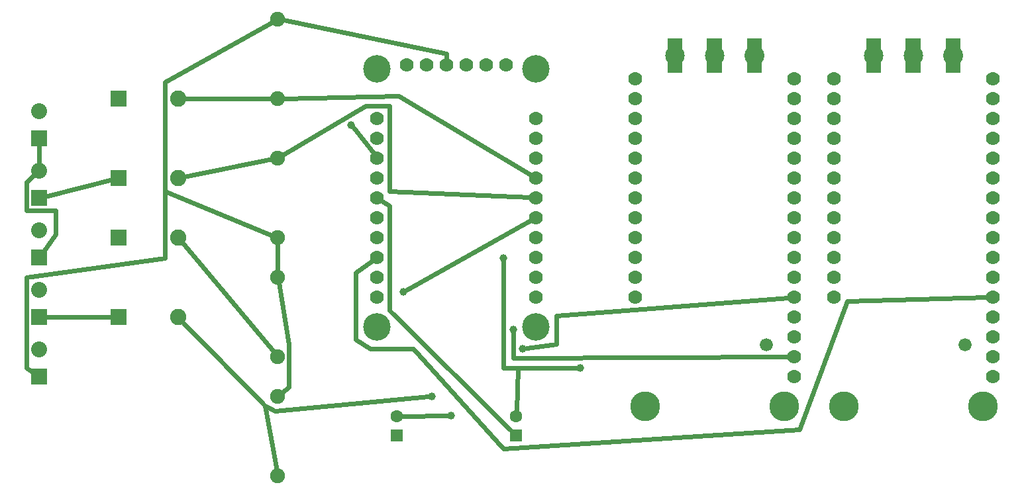
<source format=gbl>
G04 MADE WITH FRITZING*
G04 WWW.FRITZING.ORG*
G04 DOUBLE SIDED*
G04 HOLES PLATED*
G04 CONTOUR ON CENTER OF CONTOUR VECTOR*
%ASAXBY*%
%FSLAX23Y23*%
%MOIN*%
%OFA0B0*%
%SFA1.0B1.0*%
%ADD10C,0.138425*%
%ADD11C,0.070000*%
%ADD12C,0.098425*%
%ADD13C,0.150000*%
%ADD14C,0.100000*%
%ADD15C,0.066000*%
%ADD16C,0.075000*%
%ADD17C,0.082000*%
%ADD18C,0.080000*%
%ADD19C,0.062992*%
%ADD20C,0.039370*%
%ADD21R,0.082000X0.082000*%
%ADD22R,0.080000X0.080000*%
%ADD23R,0.062992X0.062992*%
%ADD24C,0.024000*%
%ADD25R,0.001000X0.001000*%
%LNCOPPER0*%
G90*
G70*
G54D10*
X2639Y2266D03*
X2639Y966D03*
G54D11*
X2489Y2286D03*
X2389Y2286D03*
X2289Y2286D03*
X2189Y2286D03*
X2089Y2286D03*
X1989Y2286D03*
X2639Y1116D03*
X2639Y1216D03*
X2639Y1316D03*
X2639Y1416D03*
X2639Y1516D03*
X2639Y1616D03*
X2639Y1716D03*
X2639Y1816D03*
X2639Y1916D03*
G54D10*
X1839Y966D03*
G54D11*
X2639Y2016D03*
G54D10*
X1839Y2266D03*
G54D11*
X1839Y2016D03*
X1839Y1916D03*
X1839Y1816D03*
X1839Y1716D03*
X1839Y1616D03*
X1839Y1516D03*
X1839Y1416D03*
X1839Y1316D03*
X1839Y1216D03*
X1839Y1116D03*
X3139Y1316D03*
G54D12*
X3339Y2331D03*
G54D13*
X3889Y566D03*
G54D12*
X3537Y2331D03*
G54D14*
X3739Y2331D03*
G54D15*
X3799Y876D03*
G54D11*
X3139Y1516D03*
X3939Y716D03*
X3139Y1116D03*
X3939Y816D03*
X3939Y916D03*
X3939Y1016D03*
X3939Y1116D03*
X3939Y1216D03*
X3939Y1316D03*
X3139Y1616D03*
X3939Y1416D03*
X3139Y1416D03*
X3939Y1516D03*
X3139Y1216D03*
X3939Y1616D03*
G54D13*
X3189Y566D03*
G54D11*
X3939Y1716D03*
X3939Y1816D03*
X3939Y1916D03*
X3939Y2016D03*
X3939Y2116D03*
X3939Y2216D03*
X3139Y2216D03*
X3139Y2116D03*
X3139Y2016D03*
X3139Y1916D03*
X3139Y1816D03*
X3139Y1716D03*
X4139Y1316D03*
G54D12*
X4339Y2331D03*
G54D13*
X4889Y566D03*
G54D12*
X4537Y2331D03*
G54D14*
X4739Y2331D03*
G54D15*
X4799Y876D03*
G54D11*
X4139Y1516D03*
X4939Y716D03*
X4139Y1116D03*
X4939Y816D03*
X4939Y916D03*
X4939Y1016D03*
X4939Y1116D03*
X4939Y1216D03*
X4939Y1316D03*
X4139Y1616D03*
X4939Y1416D03*
X4139Y1416D03*
X4939Y1516D03*
X4139Y1216D03*
X4939Y1616D03*
G54D13*
X4189Y566D03*
G54D11*
X4939Y1716D03*
X4939Y1816D03*
X4939Y1916D03*
X4939Y2016D03*
X4939Y2116D03*
X4939Y2216D03*
X4139Y2216D03*
X4139Y2116D03*
X4139Y2016D03*
X4139Y1916D03*
X4139Y1816D03*
X4139Y1716D03*
G54D16*
X1339Y2516D03*
X1339Y2116D03*
X1339Y1816D03*
X1339Y1416D03*
X1339Y1216D03*
X1339Y816D03*
X1339Y216D03*
X1339Y616D03*
G54D17*
X539Y2116D03*
X837Y2116D03*
X539Y1716D03*
X837Y1716D03*
X539Y1416D03*
X837Y1416D03*
X539Y1016D03*
X837Y1016D03*
G54D18*
X139Y1916D03*
X139Y2054D03*
X139Y1616D03*
X139Y1754D03*
X139Y1316D03*
X139Y1454D03*
X139Y1016D03*
X139Y1154D03*
X139Y716D03*
X139Y854D03*
G54D19*
X1939Y418D03*
X1939Y516D03*
X2539Y418D03*
X2539Y516D03*
G54D20*
X2572Y856D03*
X1972Y1144D03*
X2116Y616D03*
X1708Y1984D03*
X2524Y952D03*
X2476Y1312D03*
X2212Y520D03*
X2860Y760D03*
G54D21*
X538Y2116D03*
X538Y1716D03*
X538Y1416D03*
X538Y1016D03*
G54D22*
X139Y1916D03*
X139Y1616D03*
X139Y1316D03*
X139Y1016D03*
X139Y716D03*
G54D23*
X1939Y418D03*
X2539Y418D03*
G54D24*
X170Y1016D02*
X507Y1016D01*
D02*
X169Y1624D02*
X508Y1708D01*
D02*
X868Y1723D02*
X1311Y1811D01*
D02*
X2608Y1618D02*
X1900Y1648D01*
D02*
X1900Y1648D02*
X1900Y2080D01*
D02*
X1900Y2080D02*
X1780Y2080D01*
D02*
X1780Y2080D02*
X1363Y1831D01*
D02*
X1865Y1599D02*
X1900Y1576D01*
D02*
X1900Y1576D02*
X1900Y1048D01*
D02*
X1900Y1048D02*
X2520Y437D01*
D02*
X869Y2116D02*
X1310Y2116D01*
D02*
X2612Y1732D02*
X1948Y2128D01*
D02*
X1948Y2128D02*
X1367Y2117D01*
D02*
X2591Y859D02*
X2740Y880D01*
D02*
X2740Y880D02*
X2740Y1024D01*
D02*
X2740Y1024D02*
X3908Y1114D01*
D02*
X1814Y1298D02*
X1732Y1240D01*
D02*
X1732Y1240D02*
X1732Y904D01*
D02*
X1732Y904D02*
X1804Y856D01*
D02*
X1804Y856D02*
X2020Y856D01*
D02*
X2020Y856D02*
X2476Y352D01*
D02*
X2476Y352D02*
X3964Y448D01*
D02*
X3964Y448D02*
X4204Y1096D01*
D02*
X4204Y1096D02*
X4908Y1115D01*
D02*
X857Y1392D02*
X1320Y838D01*
D02*
X2612Y1501D02*
X1989Y1153D01*
D02*
X859Y993D02*
X1276Y568D01*
D02*
X1276Y568D02*
X1334Y244D01*
D02*
X2098Y615D02*
X1324Y544D01*
D02*
X1324Y544D02*
X1276Y568D01*
D02*
X1820Y1841D02*
X1720Y1969D01*
D02*
X2524Y933D02*
X2524Y808D01*
D02*
X2524Y808D02*
X3908Y816D01*
D02*
X1339Y1388D02*
X1339Y1245D01*
D02*
X1361Y635D02*
X1396Y664D01*
D02*
X1396Y664D02*
X1396Y880D01*
D02*
X1396Y880D02*
X1344Y1188D01*
D02*
X1314Y2502D02*
X772Y2200D01*
D02*
X772Y2200D02*
X772Y1648D01*
D02*
X772Y1648D02*
X1312Y1427D01*
D02*
X2189Y2317D02*
X2188Y2344D01*
D02*
X2188Y2344D02*
X1367Y2511D01*
D02*
X113Y734D02*
X76Y760D01*
D02*
X76Y760D02*
X76Y1216D01*
D02*
X76Y1216D02*
X772Y1312D01*
D02*
X772Y1312D02*
X772Y1648D01*
D02*
X139Y1785D02*
X139Y1885D01*
D02*
X157Y1342D02*
X220Y1432D01*
D02*
X220Y1432D02*
X220Y1552D01*
D02*
X220Y1552D02*
X76Y1552D01*
D02*
X76Y1552D02*
X76Y1696D01*
D02*
X76Y1696D02*
X116Y1733D01*
D02*
X2540Y543D02*
X2548Y760D01*
D02*
X2548Y760D02*
X2476Y760D01*
D02*
X2476Y760D02*
X2476Y1293D01*
D02*
X1966Y517D02*
X2193Y520D01*
D02*
X2841Y760D02*
X2548Y760D01*
G54D25*
X3701Y2418D02*
X3775Y2418D01*
X4701Y2418D02*
X4775Y2418D01*
X3301Y2417D02*
X3375Y2417D01*
X3499Y2417D02*
X3573Y2417D01*
X3701Y2417D02*
X3775Y2417D01*
X4301Y2417D02*
X4375Y2417D01*
X4499Y2417D02*
X4573Y2417D01*
X4701Y2417D02*
X4775Y2417D01*
X3301Y2416D02*
X3375Y2416D01*
X3499Y2416D02*
X3573Y2416D01*
X3701Y2416D02*
X3775Y2416D01*
X4301Y2416D02*
X4375Y2416D01*
X4499Y2416D02*
X4573Y2416D01*
X4701Y2416D02*
X4775Y2416D01*
X3301Y2415D02*
X3375Y2415D01*
X3499Y2415D02*
X3573Y2415D01*
X3701Y2415D02*
X3775Y2415D01*
X4301Y2415D02*
X4375Y2415D01*
X4499Y2415D02*
X4573Y2415D01*
X4701Y2415D02*
X4775Y2415D01*
X3301Y2414D02*
X3375Y2414D01*
X3499Y2414D02*
X3573Y2414D01*
X3701Y2414D02*
X3775Y2414D01*
X4301Y2414D02*
X4375Y2414D01*
X4499Y2414D02*
X4573Y2414D01*
X4701Y2414D02*
X4775Y2414D01*
X3301Y2413D02*
X3375Y2413D01*
X3499Y2413D02*
X3573Y2413D01*
X3701Y2413D02*
X3775Y2413D01*
X4301Y2413D02*
X4375Y2413D01*
X4499Y2413D02*
X4573Y2413D01*
X4701Y2413D02*
X4775Y2413D01*
X3301Y2412D02*
X3375Y2412D01*
X3499Y2412D02*
X3573Y2412D01*
X3701Y2412D02*
X3775Y2412D01*
X4301Y2412D02*
X4375Y2412D01*
X4499Y2412D02*
X4573Y2412D01*
X4701Y2412D02*
X4775Y2412D01*
X3301Y2411D02*
X3375Y2411D01*
X3499Y2411D02*
X3573Y2411D01*
X3701Y2411D02*
X3775Y2411D01*
X4301Y2411D02*
X4375Y2411D01*
X4499Y2411D02*
X4573Y2411D01*
X4701Y2411D02*
X4775Y2411D01*
X3301Y2410D02*
X3375Y2410D01*
X3499Y2410D02*
X3573Y2410D01*
X3701Y2410D02*
X3775Y2410D01*
X4301Y2410D02*
X4375Y2410D01*
X4499Y2410D02*
X4573Y2410D01*
X4701Y2410D02*
X4775Y2410D01*
X3301Y2409D02*
X3375Y2409D01*
X3499Y2409D02*
X3573Y2409D01*
X3701Y2409D02*
X3775Y2409D01*
X4301Y2409D02*
X4375Y2409D01*
X4499Y2409D02*
X4573Y2409D01*
X4701Y2409D02*
X4775Y2409D01*
X3301Y2408D02*
X3375Y2408D01*
X3499Y2408D02*
X3573Y2408D01*
X3701Y2408D02*
X3775Y2408D01*
X4301Y2408D02*
X4375Y2408D01*
X4499Y2408D02*
X4573Y2408D01*
X4701Y2408D02*
X4775Y2408D01*
X3301Y2407D02*
X3375Y2407D01*
X3499Y2407D02*
X3573Y2407D01*
X3701Y2407D02*
X3775Y2407D01*
X4301Y2407D02*
X4375Y2407D01*
X4499Y2407D02*
X4573Y2407D01*
X4701Y2407D02*
X4775Y2407D01*
X3301Y2406D02*
X3375Y2406D01*
X3499Y2406D02*
X3573Y2406D01*
X3701Y2406D02*
X3775Y2406D01*
X4301Y2406D02*
X4375Y2406D01*
X4499Y2406D02*
X4573Y2406D01*
X4701Y2406D02*
X4775Y2406D01*
X3301Y2405D02*
X3375Y2405D01*
X3499Y2405D02*
X3573Y2405D01*
X3701Y2405D02*
X3775Y2405D01*
X4301Y2405D02*
X4375Y2405D01*
X4499Y2405D02*
X4573Y2405D01*
X4701Y2405D02*
X4775Y2405D01*
X3301Y2404D02*
X3375Y2404D01*
X3499Y2404D02*
X3573Y2404D01*
X3701Y2404D02*
X3775Y2404D01*
X4301Y2404D02*
X4375Y2404D01*
X4499Y2404D02*
X4573Y2404D01*
X4701Y2404D02*
X4775Y2404D01*
X3301Y2403D02*
X3375Y2403D01*
X3499Y2403D02*
X3573Y2403D01*
X3701Y2403D02*
X3775Y2403D01*
X4301Y2403D02*
X4375Y2403D01*
X4499Y2403D02*
X4573Y2403D01*
X4701Y2403D02*
X4775Y2403D01*
X3301Y2402D02*
X3375Y2402D01*
X3499Y2402D02*
X3573Y2402D01*
X3701Y2402D02*
X3775Y2402D01*
X4301Y2402D02*
X4375Y2402D01*
X4499Y2402D02*
X4573Y2402D01*
X4701Y2402D02*
X4775Y2402D01*
X3301Y2401D02*
X3375Y2401D01*
X3499Y2401D02*
X3573Y2401D01*
X3701Y2401D02*
X3775Y2401D01*
X4301Y2401D02*
X4375Y2401D01*
X4499Y2401D02*
X4573Y2401D01*
X4701Y2401D02*
X4775Y2401D01*
X3301Y2400D02*
X3375Y2400D01*
X3499Y2400D02*
X3573Y2400D01*
X3701Y2400D02*
X3775Y2400D01*
X4301Y2400D02*
X4375Y2400D01*
X4499Y2400D02*
X4573Y2400D01*
X4701Y2400D02*
X4775Y2400D01*
X3301Y2399D02*
X3375Y2399D01*
X3499Y2399D02*
X3573Y2399D01*
X3701Y2399D02*
X3775Y2399D01*
X4301Y2399D02*
X4375Y2399D01*
X4499Y2399D02*
X4573Y2399D01*
X4701Y2399D02*
X4775Y2399D01*
X3301Y2398D02*
X3375Y2398D01*
X3499Y2398D02*
X3573Y2398D01*
X3701Y2398D02*
X3775Y2398D01*
X4301Y2398D02*
X4375Y2398D01*
X4499Y2398D02*
X4573Y2398D01*
X4701Y2398D02*
X4775Y2398D01*
X3301Y2397D02*
X3375Y2397D01*
X3499Y2397D02*
X3573Y2397D01*
X3701Y2397D02*
X3775Y2397D01*
X4301Y2397D02*
X4375Y2397D01*
X4499Y2397D02*
X4573Y2397D01*
X4701Y2397D02*
X4775Y2397D01*
X3301Y2396D02*
X3375Y2396D01*
X3499Y2396D02*
X3573Y2396D01*
X3701Y2396D02*
X3775Y2396D01*
X4301Y2396D02*
X4375Y2396D01*
X4499Y2396D02*
X4573Y2396D01*
X4701Y2396D02*
X4775Y2396D01*
X3301Y2395D02*
X3375Y2395D01*
X3499Y2395D02*
X3573Y2395D01*
X3701Y2395D02*
X3775Y2395D01*
X4301Y2395D02*
X4375Y2395D01*
X4499Y2395D02*
X4573Y2395D01*
X4701Y2395D02*
X4775Y2395D01*
X3301Y2394D02*
X3375Y2394D01*
X3499Y2394D02*
X3573Y2394D01*
X3701Y2394D02*
X3775Y2394D01*
X4301Y2394D02*
X4375Y2394D01*
X4499Y2394D02*
X4573Y2394D01*
X4701Y2394D02*
X4775Y2394D01*
X3301Y2393D02*
X3375Y2393D01*
X3499Y2393D02*
X3573Y2393D01*
X3701Y2393D02*
X3775Y2393D01*
X4301Y2393D02*
X4375Y2393D01*
X4499Y2393D02*
X4573Y2393D01*
X4701Y2393D02*
X4775Y2393D01*
X3301Y2392D02*
X3375Y2392D01*
X3499Y2392D02*
X3573Y2392D01*
X3701Y2392D02*
X3775Y2392D01*
X4301Y2392D02*
X4375Y2392D01*
X4499Y2392D02*
X4573Y2392D01*
X4701Y2392D02*
X4775Y2392D01*
X3301Y2391D02*
X3375Y2391D01*
X3499Y2391D02*
X3573Y2391D01*
X3701Y2391D02*
X3775Y2391D01*
X4301Y2391D02*
X4375Y2391D01*
X4499Y2391D02*
X4573Y2391D01*
X4701Y2391D02*
X4775Y2391D01*
X3301Y2390D02*
X3375Y2390D01*
X3499Y2390D02*
X3573Y2390D01*
X3701Y2390D02*
X3775Y2390D01*
X4301Y2390D02*
X4375Y2390D01*
X4499Y2390D02*
X4573Y2390D01*
X4701Y2390D02*
X4775Y2390D01*
X3301Y2389D02*
X3375Y2389D01*
X3499Y2389D02*
X3573Y2389D01*
X3701Y2389D02*
X3775Y2389D01*
X4301Y2389D02*
X4375Y2389D01*
X4499Y2389D02*
X4573Y2389D01*
X4701Y2389D02*
X4775Y2389D01*
X3301Y2388D02*
X3375Y2388D01*
X3499Y2388D02*
X3573Y2388D01*
X3701Y2388D02*
X3775Y2388D01*
X4301Y2388D02*
X4375Y2388D01*
X4499Y2388D02*
X4573Y2388D01*
X4701Y2388D02*
X4775Y2388D01*
X3301Y2387D02*
X3375Y2387D01*
X3499Y2387D02*
X3573Y2387D01*
X3701Y2387D02*
X3775Y2387D01*
X4301Y2387D02*
X4375Y2387D01*
X4499Y2387D02*
X4573Y2387D01*
X4701Y2387D02*
X4775Y2387D01*
X3301Y2386D02*
X3375Y2386D01*
X3499Y2386D02*
X3573Y2386D01*
X3701Y2386D02*
X3775Y2386D01*
X4301Y2386D02*
X4375Y2386D01*
X4499Y2386D02*
X4573Y2386D01*
X4701Y2386D02*
X4775Y2386D01*
X3301Y2385D02*
X3375Y2385D01*
X3499Y2385D02*
X3573Y2385D01*
X3701Y2385D02*
X3775Y2385D01*
X4301Y2385D02*
X4375Y2385D01*
X4499Y2385D02*
X4573Y2385D01*
X4701Y2385D02*
X4775Y2385D01*
X3301Y2384D02*
X3375Y2384D01*
X3499Y2384D02*
X3573Y2384D01*
X3701Y2384D02*
X3775Y2384D01*
X4301Y2384D02*
X4375Y2384D01*
X4499Y2384D02*
X4573Y2384D01*
X4701Y2384D02*
X4775Y2384D01*
X3301Y2383D02*
X3375Y2383D01*
X3499Y2383D02*
X3573Y2383D01*
X3701Y2383D02*
X3775Y2383D01*
X4301Y2383D02*
X4375Y2383D01*
X4499Y2383D02*
X4573Y2383D01*
X4701Y2383D02*
X4775Y2383D01*
X3301Y2382D02*
X3375Y2382D01*
X3499Y2382D02*
X3573Y2382D01*
X3701Y2382D02*
X3775Y2382D01*
X4301Y2382D02*
X4375Y2382D01*
X4499Y2382D02*
X4573Y2382D01*
X4701Y2382D02*
X4775Y2382D01*
X3301Y2381D02*
X3375Y2381D01*
X3499Y2381D02*
X3573Y2381D01*
X3701Y2381D02*
X3775Y2381D01*
X4301Y2381D02*
X4375Y2381D01*
X4499Y2381D02*
X4573Y2381D01*
X4701Y2381D02*
X4775Y2381D01*
X3301Y2380D02*
X3375Y2380D01*
X3499Y2380D02*
X3573Y2380D01*
X3701Y2380D02*
X3775Y2380D01*
X4301Y2380D02*
X4375Y2380D01*
X4499Y2380D02*
X4573Y2380D01*
X4701Y2380D02*
X4775Y2380D01*
X3301Y2379D02*
X3375Y2379D01*
X3499Y2379D02*
X3573Y2379D01*
X3701Y2379D02*
X3775Y2379D01*
X4301Y2379D02*
X4375Y2379D01*
X4499Y2379D02*
X4573Y2379D01*
X4701Y2379D02*
X4775Y2379D01*
X3301Y2378D02*
X3375Y2378D01*
X3499Y2378D02*
X3573Y2378D01*
X3701Y2378D02*
X3775Y2378D01*
X4301Y2378D02*
X4375Y2378D01*
X4499Y2378D02*
X4573Y2378D01*
X4701Y2378D02*
X4775Y2378D01*
X3301Y2377D02*
X3375Y2377D01*
X3499Y2377D02*
X3573Y2377D01*
X3701Y2377D02*
X3775Y2377D01*
X4301Y2377D02*
X4375Y2377D01*
X4499Y2377D02*
X4573Y2377D01*
X4701Y2377D02*
X4775Y2377D01*
X3301Y2376D02*
X3375Y2376D01*
X3499Y2376D02*
X3573Y2376D01*
X3701Y2376D02*
X3775Y2376D01*
X4301Y2376D02*
X4375Y2376D01*
X4499Y2376D02*
X4573Y2376D01*
X4701Y2376D02*
X4775Y2376D01*
X3301Y2375D02*
X3375Y2375D01*
X3499Y2375D02*
X3573Y2375D01*
X3701Y2375D02*
X3775Y2375D01*
X4301Y2375D02*
X4375Y2375D01*
X4499Y2375D02*
X4573Y2375D01*
X4701Y2375D02*
X4775Y2375D01*
X3301Y2374D02*
X3375Y2374D01*
X3499Y2374D02*
X3573Y2374D01*
X3701Y2374D02*
X3775Y2374D01*
X4301Y2374D02*
X4375Y2374D01*
X4499Y2374D02*
X4573Y2374D01*
X4701Y2374D02*
X4775Y2374D01*
X3301Y2373D02*
X3375Y2373D01*
X3499Y2373D02*
X3573Y2373D01*
X3701Y2373D02*
X3775Y2373D01*
X4301Y2373D02*
X4375Y2373D01*
X4499Y2373D02*
X4573Y2373D01*
X4701Y2373D02*
X4775Y2373D01*
X3301Y2372D02*
X3375Y2372D01*
X3499Y2372D02*
X3573Y2372D01*
X3701Y2372D02*
X3775Y2372D01*
X4301Y2372D02*
X4375Y2372D01*
X4499Y2372D02*
X4573Y2372D01*
X4701Y2372D02*
X4775Y2372D01*
X3301Y2371D02*
X3375Y2371D01*
X3499Y2371D02*
X3573Y2371D01*
X3701Y2371D02*
X3775Y2371D01*
X4301Y2371D02*
X4375Y2371D01*
X4499Y2371D02*
X4573Y2371D01*
X4701Y2371D02*
X4775Y2371D01*
X3301Y2370D02*
X3375Y2370D01*
X3499Y2370D02*
X3573Y2370D01*
X3701Y2370D02*
X3775Y2370D01*
X4301Y2370D02*
X4375Y2370D01*
X4499Y2370D02*
X4573Y2370D01*
X4701Y2370D02*
X4775Y2370D01*
X3301Y2369D02*
X3375Y2369D01*
X3499Y2369D02*
X3573Y2369D01*
X3701Y2369D02*
X3733Y2369D01*
X3743Y2369D02*
X3775Y2369D01*
X4301Y2369D02*
X4375Y2369D01*
X4499Y2369D02*
X4573Y2369D01*
X4701Y2369D02*
X4733Y2369D01*
X4743Y2369D02*
X4775Y2369D01*
X3301Y2368D02*
X3329Y2368D01*
X3347Y2368D02*
X3375Y2368D01*
X3499Y2368D02*
X3528Y2368D01*
X3545Y2368D02*
X3573Y2368D01*
X3701Y2368D02*
X3728Y2368D01*
X3748Y2368D02*
X3775Y2368D01*
X4301Y2368D02*
X4329Y2368D01*
X4347Y2368D02*
X4375Y2368D01*
X4499Y2368D02*
X4527Y2368D01*
X4545Y2368D02*
X4573Y2368D01*
X4701Y2368D02*
X4728Y2368D01*
X4748Y2368D02*
X4775Y2368D01*
X3301Y2367D02*
X3326Y2367D01*
X3350Y2367D02*
X3375Y2367D01*
X3499Y2367D02*
X3524Y2367D01*
X3548Y2367D02*
X3573Y2367D01*
X3701Y2367D02*
X3725Y2367D01*
X3751Y2367D02*
X3775Y2367D01*
X4301Y2367D02*
X4326Y2367D01*
X4350Y2367D02*
X4375Y2367D01*
X4499Y2367D02*
X4524Y2367D01*
X4548Y2367D02*
X4573Y2367D01*
X4701Y2367D02*
X4725Y2367D01*
X4751Y2367D02*
X4775Y2367D01*
X3301Y2366D02*
X3323Y2366D01*
X3353Y2366D02*
X3375Y2366D01*
X3499Y2366D02*
X3521Y2366D01*
X3551Y2366D02*
X3573Y2366D01*
X3701Y2366D02*
X3722Y2366D01*
X3754Y2366D02*
X3775Y2366D01*
X4301Y2366D02*
X4323Y2366D01*
X4353Y2366D02*
X4375Y2366D01*
X4499Y2366D02*
X4521Y2366D01*
X4551Y2366D02*
X4573Y2366D01*
X4701Y2366D02*
X4722Y2366D01*
X4754Y2366D02*
X4775Y2366D01*
X3301Y2365D02*
X3321Y2365D01*
X3355Y2365D02*
X3375Y2365D01*
X3499Y2365D02*
X3519Y2365D01*
X3553Y2365D02*
X3573Y2365D01*
X3701Y2365D02*
X3720Y2365D01*
X3756Y2365D02*
X3775Y2365D01*
X4301Y2365D02*
X4321Y2365D01*
X4355Y2365D02*
X4375Y2365D01*
X4499Y2365D02*
X4519Y2365D01*
X4553Y2365D02*
X4573Y2365D01*
X4701Y2365D02*
X4720Y2365D01*
X4756Y2365D02*
X4775Y2365D01*
X3301Y2364D02*
X3319Y2364D01*
X3357Y2364D02*
X3375Y2364D01*
X3499Y2364D02*
X3517Y2364D01*
X3555Y2364D02*
X3573Y2364D01*
X3701Y2364D02*
X3718Y2364D01*
X3758Y2364D02*
X3775Y2364D01*
X4301Y2364D02*
X4319Y2364D01*
X4357Y2364D02*
X4375Y2364D01*
X4499Y2364D02*
X4517Y2364D01*
X4555Y2364D02*
X4573Y2364D01*
X4701Y2364D02*
X4718Y2364D01*
X4758Y2364D02*
X4775Y2364D01*
X3301Y2363D02*
X3317Y2363D01*
X3359Y2363D02*
X3375Y2363D01*
X3499Y2363D02*
X3515Y2363D01*
X3557Y2363D02*
X3573Y2363D01*
X3701Y2363D02*
X3717Y2363D01*
X3759Y2363D02*
X3775Y2363D01*
X4301Y2363D02*
X4317Y2363D01*
X4359Y2363D02*
X4375Y2363D01*
X4499Y2363D02*
X4515Y2363D01*
X4557Y2363D02*
X4573Y2363D01*
X4701Y2363D02*
X4717Y2363D01*
X4759Y2363D02*
X4775Y2363D01*
X3301Y2362D02*
X3316Y2362D01*
X3360Y2362D02*
X3375Y2362D01*
X3499Y2362D02*
X3514Y2362D01*
X3558Y2362D02*
X3573Y2362D01*
X3701Y2362D02*
X3715Y2362D01*
X3761Y2362D02*
X3775Y2362D01*
X4301Y2362D02*
X4316Y2362D01*
X4360Y2362D02*
X4375Y2362D01*
X4499Y2362D02*
X4514Y2362D01*
X4558Y2362D02*
X4573Y2362D01*
X4701Y2362D02*
X4715Y2362D01*
X4761Y2362D02*
X4775Y2362D01*
X3301Y2361D02*
X3314Y2361D01*
X3362Y2361D02*
X3375Y2361D01*
X3499Y2361D02*
X3512Y2361D01*
X3560Y2361D02*
X3573Y2361D01*
X3701Y2361D02*
X3714Y2361D01*
X3762Y2361D02*
X3775Y2361D01*
X4301Y2361D02*
X4314Y2361D01*
X4362Y2361D02*
X4375Y2361D01*
X4499Y2361D02*
X4512Y2361D01*
X4560Y2361D02*
X4573Y2361D01*
X4701Y2361D02*
X4714Y2361D01*
X4762Y2361D02*
X4775Y2361D01*
X3301Y2360D02*
X3313Y2360D01*
X3363Y2360D02*
X3375Y2360D01*
X3499Y2360D02*
X3511Y2360D01*
X3561Y2360D02*
X3573Y2360D01*
X3701Y2360D02*
X3713Y2360D01*
X3763Y2360D02*
X3775Y2360D01*
X4301Y2360D02*
X4313Y2360D01*
X4363Y2360D02*
X4375Y2360D01*
X4499Y2360D02*
X4511Y2360D01*
X4561Y2360D02*
X4573Y2360D01*
X4701Y2360D02*
X4713Y2360D01*
X4763Y2360D02*
X4775Y2360D01*
X3301Y2359D02*
X3312Y2359D01*
X3364Y2359D02*
X3375Y2359D01*
X3499Y2359D02*
X3510Y2359D01*
X3562Y2359D02*
X3573Y2359D01*
X3701Y2359D02*
X3712Y2359D01*
X3764Y2359D02*
X3775Y2359D01*
X4301Y2359D02*
X4312Y2359D01*
X4364Y2359D02*
X4375Y2359D01*
X4499Y2359D02*
X4510Y2359D01*
X4562Y2359D02*
X4573Y2359D01*
X4701Y2359D02*
X4712Y2359D01*
X4764Y2359D02*
X4775Y2359D01*
X3301Y2358D02*
X3311Y2358D01*
X3365Y2358D02*
X3375Y2358D01*
X3499Y2358D02*
X3509Y2358D01*
X3563Y2358D02*
X3573Y2358D01*
X3701Y2358D02*
X3711Y2358D01*
X3765Y2358D02*
X3775Y2358D01*
X4301Y2358D02*
X4311Y2358D01*
X4365Y2358D02*
X4375Y2358D01*
X4499Y2358D02*
X4509Y2358D01*
X4563Y2358D02*
X4573Y2358D01*
X4701Y2358D02*
X4711Y2358D01*
X4765Y2358D02*
X4775Y2358D01*
X3301Y2357D02*
X3310Y2357D01*
X3366Y2357D02*
X3375Y2357D01*
X3499Y2357D02*
X3508Y2357D01*
X3564Y2357D02*
X3573Y2357D01*
X3701Y2357D02*
X3710Y2357D01*
X3766Y2357D02*
X3775Y2357D01*
X4301Y2357D02*
X4310Y2357D01*
X4366Y2357D02*
X4375Y2357D01*
X4499Y2357D02*
X4508Y2357D01*
X4564Y2357D02*
X4573Y2357D01*
X4701Y2357D02*
X4710Y2357D01*
X4766Y2357D02*
X4775Y2357D01*
X3301Y2356D02*
X3309Y2356D01*
X3367Y2356D02*
X3375Y2356D01*
X3499Y2356D02*
X3507Y2356D01*
X3565Y2356D02*
X3573Y2356D01*
X3701Y2356D02*
X3709Y2356D01*
X3767Y2356D02*
X3775Y2356D01*
X4301Y2356D02*
X4309Y2356D01*
X4367Y2356D02*
X4375Y2356D01*
X4499Y2356D02*
X4507Y2356D01*
X4565Y2356D02*
X4573Y2356D01*
X4701Y2356D02*
X4709Y2356D01*
X4767Y2356D02*
X4775Y2356D01*
X3301Y2355D02*
X3308Y2355D01*
X3368Y2355D02*
X3375Y2355D01*
X3499Y2355D02*
X3506Y2355D01*
X3566Y2355D02*
X3573Y2355D01*
X3701Y2355D02*
X3708Y2355D01*
X3768Y2355D02*
X3775Y2355D01*
X4301Y2355D02*
X4308Y2355D01*
X4368Y2355D02*
X4375Y2355D01*
X4499Y2355D02*
X4506Y2355D01*
X4566Y2355D02*
X4573Y2355D01*
X4701Y2355D02*
X4708Y2355D01*
X4768Y2355D02*
X4775Y2355D01*
X3301Y2354D02*
X3308Y2354D01*
X3369Y2354D02*
X3375Y2354D01*
X3499Y2354D02*
X3506Y2354D01*
X3567Y2354D02*
X3573Y2354D01*
X3701Y2354D02*
X3707Y2354D01*
X3769Y2354D02*
X3775Y2354D01*
X4301Y2354D02*
X4308Y2354D01*
X4368Y2354D02*
X4375Y2354D01*
X4499Y2354D02*
X4506Y2354D01*
X4566Y2354D02*
X4573Y2354D01*
X4701Y2354D02*
X4707Y2354D01*
X4769Y2354D02*
X4775Y2354D01*
X3301Y2353D02*
X3307Y2353D01*
X3369Y2353D02*
X3375Y2353D01*
X3499Y2353D02*
X3505Y2353D01*
X3567Y2353D02*
X3573Y2353D01*
X3701Y2353D02*
X3706Y2353D01*
X3770Y2353D02*
X3775Y2353D01*
X4301Y2353D02*
X4307Y2353D01*
X4369Y2353D02*
X4375Y2353D01*
X4499Y2353D02*
X4505Y2353D01*
X4567Y2353D02*
X4573Y2353D01*
X4701Y2353D02*
X4706Y2353D01*
X4770Y2353D02*
X4775Y2353D01*
X3301Y2352D02*
X3306Y2352D01*
X3370Y2352D02*
X3375Y2352D01*
X3499Y2352D02*
X3504Y2352D01*
X3568Y2352D02*
X3573Y2352D01*
X3701Y2352D02*
X3706Y2352D01*
X3770Y2352D02*
X3775Y2352D01*
X4301Y2352D02*
X4306Y2352D01*
X4370Y2352D02*
X4375Y2352D01*
X4499Y2352D02*
X4504Y2352D01*
X4568Y2352D02*
X4573Y2352D01*
X4701Y2352D02*
X4706Y2352D01*
X4770Y2352D02*
X4775Y2352D01*
X3301Y2351D02*
X3306Y2351D01*
X3371Y2351D02*
X3375Y2351D01*
X3499Y2351D02*
X3504Y2351D01*
X3569Y2351D02*
X3573Y2351D01*
X3701Y2351D02*
X3705Y2351D01*
X3771Y2351D02*
X3775Y2351D01*
X4301Y2351D02*
X4306Y2351D01*
X4370Y2351D02*
X4375Y2351D01*
X4499Y2351D02*
X4504Y2351D01*
X4569Y2351D02*
X4573Y2351D01*
X4701Y2351D02*
X4705Y2351D01*
X4771Y2351D02*
X4775Y2351D01*
X3301Y2350D02*
X3305Y2350D01*
X3371Y2350D02*
X3375Y2350D01*
X3499Y2350D02*
X3503Y2350D01*
X3569Y2350D02*
X3573Y2350D01*
X3701Y2350D02*
X3705Y2350D01*
X3771Y2350D02*
X3775Y2350D01*
X4301Y2350D02*
X4305Y2350D01*
X4371Y2350D02*
X4375Y2350D01*
X4499Y2350D02*
X4503Y2350D01*
X4569Y2350D02*
X4573Y2350D01*
X4701Y2350D02*
X4705Y2350D01*
X4771Y2350D02*
X4775Y2350D01*
X3301Y2349D02*
X3304Y2349D01*
X3372Y2349D02*
X3375Y2349D01*
X3499Y2349D02*
X3502Y2349D01*
X3570Y2349D02*
X3573Y2349D01*
X3701Y2349D02*
X3704Y2349D01*
X3772Y2349D02*
X3775Y2349D01*
X4301Y2349D02*
X4304Y2349D01*
X4372Y2349D02*
X4375Y2349D01*
X4499Y2349D02*
X4502Y2349D01*
X4570Y2349D02*
X4573Y2349D01*
X4701Y2349D02*
X4704Y2349D01*
X4772Y2349D02*
X4775Y2349D01*
X3301Y2348D02*
X3304Y2348D01*
X3372Y2348D02*
X3375Y2348D01*
X3499Y2348D02*
X3502Y2348D01*
X3570Y2348D02*
X3573Y2348D01*
X3701Y2348D02*
X3704Y2348D01*
X3773Y2348D02*
X3775Y2348D01*
X4301Y2348D02*
X4304Y2348D01*
X4372Y2348D02*
X4375Y2348D01*
X4499Y2348D02*
X4502Y2348D01*
X4570Y2348D02*
X4573Y2348D01*
X4701Y2348D02*
X4704Y2348D01*
X4772Y2348D02*
X4775Y2348D01*
X3301Y2347D02*
X3303Y2347D01*
X3373Y2347D02*
X3375Y2347D01*
X3499Y2347D02*
X3501Y2347D01*
X3571Y2347D02*
X3573Y2347D01*
X3701Y2347D02*
X3703Y2347D01*
X3773Y2347D02*
X3775Y2347D01*
X4301Y2347D02*
X4303Y2347D01*
X4373Y2347D02*
X4375Y2347D01*
X4499Y2347D02*
X4501Y2347D01*
X4571Y2347D02*
X4573Y2347D01*
X4701Y2347D02*
X4703Y2347D01*
X4773Y2347D02*
X4775Y2347D01*
X3301Y2346D02*
X3303Y2346D01*
X3373Y2346D02*
X3375Y2346D01*
X3499Y2346D02*
X3501Y2346D01*
X3571Y2346D02*
X3573Y2346D01*
X3701Y2346D02*
X3703Y2346D01*
X3773Y2346D02*
X3775Y2346D01*
X4301Y2346D02*
X4303Y2346D01*
X4373Y2346D02*
X4375Y2346D01*
X4499Y2346D02*
X4501Y2346D01*
X4571Y2346D02*
X4573Y2346D01*
X4701Y2346D02*
X4703Y2346D01*
X4773Y2346D02*
X4775Y2346D01*
X3301Y2345D02*
X3303Y2345D01*
X3373Y2345D02*
X3375Y2345D01*
X3499Y2345D02*
X3501Y2345D01*
X3572Y2345D02*
X3573Y2345D01*
X3701Y2345D02*
X3702Y2345D01*
X3774Y2345D02*
X3775Y2345D01*
X4301Y2345D02*
X4303Y2345D01*
X4373Y2345D02*
X4375Y2345D01*
X4499Y2345D02*
X4501Y2345D01*
X4571Y2345D02*
X4573Y2345D01*
X4701Y2345D02*
X4702Y2345D01*
X4774Y2345D02*
X4775Y2345D01*
X3301Y2344D02*
X3302Y2344D01*
X3374Y2344D02*
X3375Y2344D01*
X3499Y2344D02*
X3500Y2344D01*
X3572Y2344D02*
X3573Y2344D01*
X3701Y2344D02*
X3702Y2344D01*
X3774Y2344D02*
X3775Y2344D01*
X4301Y2344D02*
X4302Y2344D01*
X4374Y2344D02*
X4375Y2344D01*
X4499Y2344D02*
X4500Y2344D01*
X4572Y2344D02*
X4573Y2344D01*
X4701Y2344D02*
X4702Y2344D01*
X4774Y2344D02*
X4775Y2344D01*
X3301Y2343D02*
X3302Y2343D01*
X3374Y2343D02*
X3375Y2343D01*
X3499Y2343D02*
X3500Y2343D01*
X3572Y2343D02*
X3573Y2343D01*
X3701Y2343D02*
X3702Y2343D01*
X3775Y2343D02*
X3775Y2343D01*
X4301Y2343D02*
X4302Y2343D01*
X4374Y2343D02*
X4375Y2343D01*
X4499Y2343D02*
X4500Y2343D01*
X4572Y2343D02*
X4573Y2343D01*
X4701Y2343D02*
X4701Y2343D01*
X4774Y2343D02*
X4775Y2343D01*
X3301Y2342D02*
X3302Y2342D01*
X3375Y2342D02*
X3375Y2342D01*
X3499Y2342D02*
X3500Y2342D01*
X3573Y2342D02*
X3573Y2342D01*
X3701Y2342D02*
X3701Y2342D01*
X3775Y2342D02*
X3775Y2342D01*
X4301Y2342D02*
X4302Y2342D01*
X4374Y2342D02*
X4375Y2342D01*
X4499Y2342D02*
X4500Y2342D01*
X4572Y2342D02*
X4573Y2342D01*
X4701Y2342D02*
X4701Y2342D01*
X4775Y2342D02*
X4775Y2342D01*
X3301Y2341D02*
X3301Y2341D01*
X3375Y2341D02*
X3375Y2341D01*
X3499Y2341D02*
X3499Y2341D01*
X3573Y2341D02*
X3573Y2341D01*
X3701Y2341D02*
X3701Y2341D01*
X3775Y2341D02*
X3775Y2341D01*
X4301Y2341D02*
X4301Y2341D01*
X4375Y2341D02*
X4375Y2341D01*
X4499Y2341D02*
X4499Y2341D01*
X4573Y2341D02*
X4573Y2341D01*
X4701Y2341D02*
X4701Y2341D01*
X4775Y2341D02*
X4775Y2341D01*
X3301Y2340D02*
X3301Y2340D01*
X3375Y2340D02*
X3375Y2340D01*
X3499Y2340D02*
X3499Y2340D01*
X3573Y2340D02*
X3573Y2340D01*
X3701Y2340D02*
X3701Y2340D01*
X3775Y2340D02*
X3775Y2340D01*
X4301Y2340D02*
X4301Y2340D01*
X4375Y2340D02*
X4375Y2340D01*
X4499Y2340D02*
X4499Y2340D01*
X4573Y2340D02*
X4573Y2340D01*
X4701Y2340D02*
X4701Y2340D01*
X4775Y2340D02*
X4775Y2340D01*
X3301Y2339D02*
X3301Y2339D01*
X3375Y2339D02*
X3375Y2339D01*
X3499Y2339D02*
X3499Y2339D01*
X3573Y2339D02*
X3573Y2339D01*
X3701Y2339D02*
X3701Y2339D01*
X4301Y2339D02*
X4301Y2339D01*
X4375Y2339D02*
X4375Y2339D01*
X4499Y2339D02*
X4499Y2339D01*
X4573Y2339D02*
X4573Y2339D01*
X3301Y2338D02*
X3301Y2338D01*
X3375Y2338D02*
X3375Y2338D01*
X3499Y2338D02*
X3499Y2338D01*
X3573Y2338D02*
X3573Y2338D01*
X4301Y2338D02*
X4301Y2338D01*
X4375Y2338D02*
X4375Y2338D01*
X4499Y2338D02*
X4499Y2338D01*
X4573Y2338D02*
X4573Y2338D01*
X3301Y2325D02*
X3301Y2325D01*
X3375Y2325D02*
X3375Y2325D01*
X3499Y2325D02*
X3499Y2325D01*
X3573Y2325D02*
X3573Y2325D01*
X4301Y2325D02*
X4301Y2325D01*
X4375Y2325D02*
X4375Y2325D01*
X4499Y2325D02*
X4499Y2325D01*
X4573Y2325D02*
X4573Y2325D01*
X3301Y2324D02*
X3301Y2324D01*
X3375Y2324D02*
X3375Y2324D01*
X3499Y2324D02*
X3499Y2324D01*
X3573Y2324D02*
X3573Y2324D01*
X3701Y2324D02*
X3701Y2324D01*
X4301Y2324D02*
X4301Y2324D01*
X4375Y2324D02*
X4375Y2324D01*
X4499Y2324D02*
X4499Y2324D01*
X4573Y2324D02*
X4573Y2324D01*
X3301Y2323D02*
X3301Y2323D01*
X3375Y2323D02*
X3375Y2323D01*
X3499Y2323D02*
X3499Y2323D01*
X3573Y2323D02*
X3573Y2323D01*
X3701Y2323D02*
X3701Y2323D01*
X3775Y2323D02*
X3775Y2323D01*
X4301Y2323D02*
X4301Y2323D01*
X4375Y2323D02*
X4375Y2323D01*
X4499Y2323D02*
X4499Y2323D01*
X4573Y2323D02*
X4573Y2323D01*
X4701Y2323D02*
X4701Y2323D01*
X4775Y2323D02*
X4775Y2323D01*
X3301Y2322D02*
X3301Y2322D01*
X3375Y2322D02*
X3375Y2322D01*
X3499Y2322D02*
X3499Y2322D01*
X3573Y2322D02*
X3573Y2322D01*
X3701Y2322D02*
X3701Y2322D01*
X3775Y2322D02*
X3775Y2322D01*
X4301Y2322D02*
X4301Y2322D01*
X4375Y2322D02*
X4375Y2322D01*
X4499Y2322D02*
X4499Y2322D01*
X4573Y2322D02*
X4573Y2322D01*
X4701Y2322D02*
X4701Y2322D01*
X4775Y2322D02*
X4775Y2322D01*
X3301Y2321D02*
X3302Y2321D01*
X3374Y2321D02*
X3375Y2321D01*
X3499Y2321D02*
X3500Y2321D01*
X3573Y2321D02*
X3573Y2321D01*
X3701Y2321D02*
X3701Y2321D01*
X3775Y2321D02*
X3775Y2321D01*
X4301Y2321D02*
X4302Y2321D01*
X4374Y2321D02*
X4375Y2321D01*
X4499Y2321D02*
X4500Y2321D01*
X4572Y2321D02*
X4573Y2321D01*
X4701Y2321D02*
X4701Y2321D01*
X4775Y2321D02*
X4775Y2321D01*
X3301Y2320D02*
X3302Y2320D01*
X3374Y2320D02*
X3375Y2320D01*
X3499Y2320D02*
X3500Y2320D01*
X3572Y2320D02*
X3573Y2320D01*
X3701Y2320D02*
X3702Y2320D01*
X3775Y2320D02*
X3775Y2320D01*
X4301Y2320D02*
X4302Y2320D01*
X4374Y2320D02*
X4375Y2320D01*
X4499Y2320D02*
X4500Y2320D01*
X4572Y2320D02*
X4573Y2320D01*
X4701Y2320D02*
X4701Y2320D01*
X4774Y2320D02*
X4775Y2320D01*
X3301Y2319D02*
X3302Y2319D01*
X3374Y2319D02*
X3375Y2319D01*
X3499Y2319D02*
X3500Y2319D01*
X3572Y2319D02*
X3573Y2319D01*
X3701Y2319D02*
X3702Y2319D01*
X3774Y2319D02*
X3775Y2319D01*
X4301Y2319D02*
X4302Y2319D01*
X4374Y2319D02*
X4375Y2319D01*
X4499Y2319D02*
X4500Y2319D01*
X4572Y2319D02*
X4573Y2319D01*
X4701Y2319D02*
X4702Y2319D01*
X4774Y2319D02*
X4775Y2319D01*
X3301Y2318D02*
X3303Y2318D01*
X3373Y2318D02*
X3375Y2318D01*
X3499Y2318D02*
X3501Y2318D01*
X3571Y2318D02*
X3573Y2318D01*
X3701Y2318D02*
X3702Y2318D01*
X3774Y2318D02*
X3775Y2318D01*
X4301Y2318D02*
X4303Y2318D01*
X4373Y2318D02*
X4375Y2318D01*
X4499Y2318D02*
X4501Y2318D01*
X4571Y2318D02*
X4573Y2318D01*
X4701Y2318D02*
X4702Y2318D01*
X4774Y2318D02*
X4775Y2318D01*
X3301Y2317D02*
X3303Y2317D01*
X3373Y2317D02*
X3375Y2317D01*
X3499Y2317D02*
X3501Y2317D01*
X3571Y2317D02*
X3573Y2317D01*
X3701Y2317D02*
X3703Y2317D01*
X3773Y2317D02*
X3775Y2317D01*
X4301Y2317D02*
X4303Y2317D01*
X4373Y2317D02*
X4375Y2317D01*
X4499Y2317D02*
X4501Y2317D01*
X4571Y2317D02*
X4573Y2317D01*
X4701Y2317D02*
X4703Y2317D01*
X4773Y2317D02*
X4775Y2317D01*
X3301Y2316D02*
X3304Y2316D01*
X3373Y2316D02*
X3375Y2316D01*
X3499Y2316D02*
X3502Y2316D01*
X3571Y2316D02*
X3573Y2316D01*
X3701Y2316D02*
X3703Y2316D01*
X3773Y2316D02*
X3775Y2316D01*
X4301Y2316D02*
X4303Y2316D01*
X4373Y2316D02*
X4375Y2316D01*
X4499Y2316D02*
X4501Y2316D01*
X4571Y2316D02*
X4573Y2316D01*
X4701Y2316D02*
X4703Y2316D01*
X4773Y2316D02*
X4775Y2316D01*
X3301Y2315D02*
X3304Y2315D01*
X3372Y2315D02*
X3375Y2315D01*
X3499Y2315D02*
X3502Y2315D01*
X3570Y2315D02*
X3573Y2315D01*
X3701Y2315D02*
X3704Y2315D01*
X3772Y2315D02*
X3775Y2315D01*
X4301Y2315D02*
X4304Y2315D01*
X4372Y2315D02*
X4375Y2315D01*
X4499Y2315D02*
X4502Y2315D01*
X4570Y2315D02*
X4573Y2315D01*
X4701Y2315D02*
X4704Y2315D01*
X4772Y2315D02*
X4775Y2315D01*
X3301Y2314D02*
X3304Y2314D01*
X3372Y2314D02*
X3375Y2314D01*
X3499Y2314D02*
X3503Y2314D01*
X3570Y2314D02*
X3573Y2314D01*
X3701Y2314D02*
X3704Y2314D01*
X3772Y2314D02*
X3775Y2314D01*
X4301Y2314D02*
X4304Y2314D01*
X4372Y2314D02*
X4375Y2314D01*
X4499Y2314D02*
X4502Y2314D01*
X4570Y2314D02*
X4573Y2314D01*
X4701Y2314D02*
X4704Y2314D01*
X4772Y2314D02*
X4775Y2314D01*
X3301Y2313D02*
X3305Y2313D01*
X3371Y2313D02*
X3375Y2313D01*
X3499Y2313D02*
X3503Y2313D01*
X3569Y2313D02*
X3573Y2313D01*
X3701Y2313D02*
X3705Y2313D01*
X3771Y2313D02*
X3775Y2313D01*
X4301Y2313D02*
X4305Y2313D01*
X4371Y2313D02*
X4375Y2313D01*
X4499Y2313D02*
X4503Y2313D01*
X4569Y2313D02*
X4573Y2313D01*
X4701Y2313D02*
X4705Y2313D01*
X4771Y2313D02*
X4775Y2313D01*
X3301Y2312D02*
X3306Y2312D01*
X3370Y2312D02*
X3375Y2312D01*
X3499Y2312D02*
X3504Y2312D01*
X3569Y2312D02*
X3573Y2312D01*
X3701Y2312D02*
X3705Y2312D01*
X3771Y2312D02*
X3775Y2312D01*
X4301Y2312D02*
X4306Y2312D01*
X4370Y2312D02*
X4375Y2312D01*
X4499Y2312D02*
X4504Y2312D01*
X4568Y2312D02*
X4573Y2312D01*
X4701Y2312D02*
X4705Y2312D01*
X4771Y2312D02*
X4775Y2312D01*
X3301Y2311D02*
X3306Y2311D01*
X3370Y2311D02*
X3375Y2311D01*
X3499Y2311D02*
X3504Y2311D01*
X3568Y2311D02*
X3573Y2311D01*
X3701Y2311D02*
X3706Y2311D01*
X3770Y2311D02*
X3775Y2311D01*
X4301Y2311D02*
X4306Y2311D01*
X4370Y2311D02*
X4375Y2311D01*
X4499Y2311D02*
X4504Y2311D01*
X4568Y2311D02*
X4573Y2311D01*
X4701Y2311D02*
X4706Y2311D01*
X4770Y2311D02*
X4775Y2311D01*
X3301Y2310D02*
X3307Y2310D01*
X3369Y2310D02*
X3375Y2310D01*
X3499Y2310D02*
X3505Y2310D01*
X3567Y2310D02*
X3573Y2310D01*
X3701Y2310D02*
X3706Y2310D01*
X3770Y2310D02*
X3775Y2310D01*
X4301Y2310D02*
X4307Y2310D01*
X4369Y2310D02*
X4375Y2310D01*
X4499Y2310D02*
X4505Y2310D01*
X4567Y2310D02*
X4573Y2310D01*
X4701Y2310D02*
X4706Y2310D01*
X4770Y2310D02*
X4775Y2310D01*
X3301Y2309D02*
X3308Y2309D01*
X3368Y2309D02*
X3375Y2309D01*
X3499Y2309D02*
X3506Y2309D01*
X3566Y2309D02*
X3573Y2309D01*
X3701Y2309D02*
X3707Y2309D01*
X3769Y2309D02*
X3775Y2309D01*
X4301Y2309D02*
X4308Y2309D01*
X4368Y2309D02*
X4375Y2309D01*
X4499Y2309D02*
X4506Y2309D01*
X4566Y2309D02*
X4573Y2309D01*
X4701Y2309D02*
X4707Y2309D01*
X4769Y2309D02*
X4775Y2309D01*
X3301Y2308D02*
X3308Y2308D01*
X3368Y2308D02*
X3375Y2308D01*
X3499Y2308D02*
X3506Y2308D01*
X3566Y2308D02*
X3573Y2308D01*
X3701Y2308D02*
X3708Y2308D01*
X3768Y2308D02*
X3775Y2308D01*
X4301Y2308D02*
X4308Y2308D01*
X4368Y2308D02*
X4375Y2308D01*
X4499Y2308D02*
X4506Y2308D01*
X4566Y2308D02*
X4573Y2308D01*
X4701Y2308D02*
X4708Y2308D01*
X4768Y2308D02*
X4775Y2308D01*
X3301Y2307D02*
X3309Y2307D01*
X3367Y2307D02*
X3375Y2307D01*
X3499Y2307D02*
X3507Y2307D01*
X3565Y2307D02*
X3573Y2307D01*
X3701Y2307D02*
X3709Y2307D01*
X3767Y2307D02*
X3775Y2307D01*
X4301Y2307D02*
X4309Y2307D01*
X4367Y2307D02*
X4375Y2307D01*
X4499Y2307D02*
X4507Y2307D01*
X4565Y2307D02*
X4573Y2307D01*
X4701Y2307D02*
X4709Y2307D01*
X4767Y2307D02*
X4775Y2307D01*
X3301Y2306D02*
X3310Y2306D01*
X3366Y2306D02*
X3375Y2306D01*
X3499Y2306D02*
X3508Y2306D01*
X3564Y2306D02*
X3573Y2306D01*
X3701Y2306D02*
X3710Y2306D01*
X3766Y2306D02*
X3775Y2306D01*
X4301Y2306D02*
X4310Y2306D01*
X4366Y2306D02*
X4375Y2306D01*
X4499Y2306D02*
X4508Y2306D01*
X4564Y2306D02*
X4573Y2306D01*
X4701Y2306D02*
X4710Y2306D01*
X4766Y2306D02*
X4775Y2306D01*
X3301Y2305D02*
X3311Y2305D01*
X3365Y2305D02*
X3375Y2305D01*
X3499Y2305D02*
X3509Y2305D01*
X3563Y2305D02*
X3573Y2305D01*
X3701Y2305D02*
X3711Y2305D01*
X3765Y2305D02*
X3775Y2305D01*
X4301Y2305D02*
X4311Y2305D01*
X4365Y2305D02*
X4375Y2305D01*
X4499Y2305D02*
X4509Y2305D01*
X4563Y2305D02*
X4573Y2305D01*
X4701Y2305D02*
X4711Y2305D01*
X4765Y2305D02*
X4775Y2305D01*
X3301Y2304D02*
X3312Y2304D01*
X3364Y2304D02*
X3375Y2304D01*
X3499Y2304D02*
X3510Y2304D01*
X3562Y2304D02*
X3573Y2304D01*
X3701Y2304D02*
X3712Y2304D01*
X3764Y2304D02*
X3775Y2304D01*
X4301Y2304D02*
X4312Y2304D01*
X4364Y2304D02*
X4375Y2304D01*
X4499Y2304D02*
X4510Y2304D01*
X4562Y2304D02*
X4573Y2304D01*
X4701Y2304D02*
X4712Y2304D01*
X4764Y2304D02*
X4775Y2304D01*
X3301Y2303D02*
X3313Y2303D01*
X3363Y2303D02*
X3375Y2303D01*
X3499Y2303D02*
X3511Y2303D01*
X3561Y2303D02*
X3573Y2303D01*
X3701Y2303D02*
X3713Y2303D01*
X3763Y2303D02*
X3775Y2303D01*
X4301Y2303D02*
X4313Y2303D01*
X4363Y2303D02*
X4375Y2303D01*
X4499Y2303D02*
X4511Y2303D01*
X4561Y2303D02*
X4573Y2303D01*
X4701Y2303D02*
X4713Y2303D01*
X4763Y2303D02*
X4775Y2303D01*
X3301Y2302D02*
X3315Y2302D01*
X3362Y2302D02*
X3375Y2302D01*
X3499Y2302D02*
X3513Y2302D01*
X3560Y2302D02*
X3573Y2302D01*
X3701Y2302D02*
X3714Y2302D01*
X3762Y2302D02*
X3775Y2302D01*
X4301Y2302D02*
X4314Y2302D01*
X4361Y2302D02*
X4375Y2302D01*
X4499Y2302D02*
X4513Y2302D01*
X4560Y2302D02*
X4573Y2302D01*
X4701Y2302D02*
X4714Y2302D01*
X4762Y2302D02*
X4775Y2302D01*
X3301Y2301D02*
X3316Y2301D01*
X3360Y2301D02*
X3375Y2301D01*
X3499Y2301D02*
X3514Y2301D01*
X3558Y2301D02*
X3573Y2301D01*
X3701Y2301D02*
X3715Y2301D01*
X3761Y2301D02*
X3775Y2301D01*
X4301Y2301D02*
X4316Y2301D01*
X4360Y2301D02*
X4375Y2301D01*
X4499Y2301D02*
X4514Y2301D01*
X4558Y2301D02*
X4573Y2301D01*
X4701Y2301D02*
X4715Y2301D01*
X4761Y2301D02*
X4775Y2301D01*
X3301Y2300D02*
X3317Y2300D01*
X3359Y2300D02*
X3375Y2300D01*
X3499Y2300D02*
X3515Y2300D01*
X3557Y2300D02*
X3573Y2300D01*
X3701Y2300D02*
X3717Y2300D01*
X3759Y2300D02*
X3775Y2300D01*
X4301Y2300D02*
X4317Y2300D01*
X4359Y2300D02*
X4375Y2300D01*
X4499Y2300D02*
X4515Y2300D01*
X4557Y2300D02*
X4573Y2300D01*
X4701Y2300D02*
X4717Y2300D01*
X4759Y2300D02*
X4775Y2300D01*
X3301Y2299D02*
X3319Y2299D01*
X3357Y2299D02*
X3375Y2299D01*
X3499Y2299D02*
X3517Y2299D01*
X3555Y2299D02*
X3573Y2299D01*
X3701Y2299D02*
X3718Y2299D01*
X3758Y2299D02*
X3775Y2299D01*
X4301Y2299D02*
X4319Y2299D01*
X4357Y2299D02*
X4375Y2299D01*
X4499Y2299D02*
X4517Y2299D01*
X4555Y2299D02*
X4573Y2299D01*
X4701Y2299D02*
X4718Y2299D01*
X4758Y2299D02*
X4775Y2299D01*
X3301Y2298D02*
X3321Y2298D01*
X3355Y2298D02*
X3375Y2298D01*
X3499Y2298D02*
X3519Y2298D01*
X3553Y2298D02*
X3573Y2298D01*
X3701Y2298D02*
X3720Y2298D01*
X3756Y2298D02*
X3775Y2298D01*
X4301Y2298D02*
X4321Y2298D01*
X4355Y2298D02*
X4375Y2298D01*
X4499Y2298D02*
X4519Y2298D01*
X4553Y2298D02*
X4573Y2298D01*
X4701Y2298D02*
X4720Y2298D01*
X4756Y2298D02*
X4775Y2298D01*
X3301Y2297D02*
X3323Y2297D01*
X3353Y2297D02*
X3375Y2297D01*
X3499Y2297D02*
X3521Y2297D01*
X3551Y2297D02*
X3573Y2297D01*
X3701Y2297D02*
X3722Y2297D01*
X3754Y2297D02*
X3775Y2297D01*
X4301Y2297D02*
X4323Y2297D01*
X4353Y2297D02*
X4375Y2297D01*
X4499Y2297D02*
X4521Y2297D01*
X4551Y2297D02*
X4573Y2297D01*
X4701Y2297D02*
X4722Y2297D01*
X4754Y2297D02*
X4775Y2297D01*
X3301Y2296D02*
X3326Y2296D01*
X3350Y2296D02*
X3375Y2296D01*
X3499Y2296D02*
X3524Y2296D01*
X3548Y2296D02*
X3573Y2296D01*
X3701Y2296D02*
X3725Y2296D01*
X3751Y2296D02*
X3775Y2296D01*
X4301Y2296D02*
X4326Y2296D01*
X4350Y2296D02*
X4375Y2296D01*
X4499Y2296D02*
X4524Y2296D01*
X4548Y2296D02*
X4573Y2296D01*
X4701Y2296D02*
X4725Y2296D01*
X4751Y2296D02*
X4775Y2296D01*
X3301Y2295D02*
X3330Y2295D01*
X3346Y2295D02*
X3375Y2295D01*
X3499Y2295D02*
X3528Y2295D01*
X3544Y2295D02*
X3573Y2295D01*
X3701Y2295D02*
X3728Y2295D01*
X3748Y2295D02*
X3775Y2295D01*
X4301Y2295D02*
X4330Y2295D01*
X4346Y2295D02*
X4375Y2295D01*
X4499Y2295D02*
X4528Y2295D01*
X4544Y2295D02*
X4573Y2295D01*
X4701Y2295D02*
X4728Y2295D01*
X4748Y2295D02*
X4775Y2295D01*
X3301Y2294D02*
X3375Y2294D01*
X3499Y2294D02*
X3573Y2294D01*
X3701Y2294D02*
X3733Y2294D01*
X3743Y2294D02*
X3775Y2294D01*
X4301Y2294D02*
X4375Y2294D01*
X4499Y2294D02*
X4573Y2294D01*
X4701Y2294D02*
X4733Y2294D01*
X4743Y2294D02*
X4775Y2294D01*
X3301Y2293D02*
X3375Y2293D01*
X3499Y2293D02*
X3573Y2293D01*
X3701Y2293D02*
X3775Y2293D01*
X4301Y2293D02*
X4375Y2293D01*
X4499Y2293D02*
X4573Y2293D01*
X4701Y2293D02*
X4775Y2293D01*
X3301Y2292D02*
X3375Y2292D01*
X3499Y2292D02*
X3573Y2292D01*
X3701Y2292D02*
X3775Y2292D01*
X4301Y2292D02*
X4375Y2292D01*
X4499Y2292D02*
X4573Y2292D01*
X4701Y2292D02*
X4775Y2292D01*
X3301Y2291D02*
X3375Y2291D01*
X3499Y2291D02*
X3573Y2291D01*
X3701Y2291D02*
X3775Y2291D01*
X4301Y2291D02*
X4375Y2291D01*
X4499Y2291D02*
X4573Y2291D01*
X4701Y2291D02*
X4775Y2291D01*
X3301Y2290D02*
X3375Y2290D01*
X3499Y2290D02*
X3573Y2290D01*
X3701Y2290D02*
X3775Y2290D01*
X4301Y2290D02*
X4375Y2290D01*
X4499Y2290D02*
X4573Y2290D01*
X4701Y2290D02*
X4775Y2290D01*
X3301Y2289D02*
X3375Y2289D01*
X3499Y2289D02*
X3573Y2289D01*
X3701Y2289D02*
X3775Y2289D01*
X4301Y2289D02*
X4375Y2289D01*
X4499Y2289D02*
X4573Y2289D01*
X4701Y2289D02*
X4775Y2289D01*
X3301Y2288D02*
X3375Y2288D01*
X3499Y2288D02*
X3573Y2288D01*
X3701Y2288D02*
X3775Y2288D01*
X4301Y2288D02*
X4375Y2288D01*
X4499Y2288D02*
X4573Y2288D01*
X4701Y2288D02*
X4775Y2288D01*
X3301Y2287D02*
X3375Y2287D01*
X3499Y2287D02*
X3573Y2287D01*
X3701Y2287D02*
X3775Y2287D01*
X4301Y2287D02*
X4375Y2287D01*
X4499Y2287D02*
X4573Y2287D01*
X4701Y2287D02*
X4775Y2287D01*
X3301Y2286D02*
X3375Y2286D01*
X3499Y2286D02*
X3573Y2286D01*
X3701Y2286D02*
X3775Y2286D01*
X4301Y2286D02*
X4375Y2286D01*
X4499Y2286D02*
X4573Y2286D01*
X4701Y2286D02*
X4775Y2286D01*
X3301Y2285D02*
X3375Y2285D01*
X3499Y2285D02*
X3573Y2285D01*
X3701Y2285D02*
X3775Y2285D01*
X4301Y2285D02*
X4375Y2285D01*
X4499Y2285D02*
X4573Y2285D01*
X4701Y2285D02*
X4775Y2285D01*
X3301Y2284D02*
X3375Y2284D01*
X3499Y2284D02*
X3573Y2284D01*
X3701Y2284D02*
X3775Y2284D01*
X4301Y2284D02*
X4375Y2284D01*
X4499Y2284D02*
X4573Y2284D01*
X4701Y2284D02*
X4775Y2284D01*
X3301Y2283D02*
X3375Y2283D01*
X3499Y2283D02*
X3573Y2283D01*
X3701Y2283D02*
X3775Y2283D01*
X4301Y2283D02*
X4375Y2283D01*
X4499Y2283D02*
X4573Y2283D01*
X4701Y2283D02*
X4775Y2283D01*
X3301Y2282D02*
X3375Y2282D01*
X3499Y2282D02*
X3573Y2282D01*
X3701Y2282D02*
X3775Y2282D01*
X4301Y2282D02*
X4375Y2282D01*
X4499Y2282D02*
X4573Y2282D01*
X4701Y2282D02*
X4775Y2282D01*
X3301Y2281D02*
X3375Y2281D01*
X3499Y2281D02*
X3573Y2281D01*
X3701Y2281D02*
X3775Y2281D01*
X4301Y2281D02*
X4375Y2281D01*
X4499Y2281D02*
X4573Y2281D01*
X4701Y2281D02*
X4775Y2281D01*
X3301Y2280D02*
X3375Y2280D01*
X3499Y2280D02*
X3573Y2280D01*
X3701Y2280D02*
X3775Y2280D01*
X4301Y2280D02*
X4375Y2280D01*
X4499Y2280D02*
X4573Y2280D01*
X4701Y2280D02*
X4775Y2280D01*
X3301Y2279D02*
X3375Y2279D01*
X3499Y2279D02*
X3573Y2279D01*
X3701Y2279D02*
X3775Y2279D01*
X4301Y2279D02*
X4375Y2279D01*
X4499Y2279D02*
X4573Y2279D01*
X4701Y2279D02*
X4775Y2279D01*
X3301Y2278D02*
X3375Y2278D01*
X3499Y2278D02*
X3573Y2278D01*
X3701Y2278D02*
X3775Y2278D01*
X4301Y2278D02*
X4375Y2278D01*
X4499Y2278D02*
X4573Y2278D01*
X4701Y2278D02*
X4775Y2278D01*
X3301Y2277D02*
X3375Y2277D01*
X3499Y2277D02*
X3573Y2277D01*
X3701Y2277D02*
X3775Y2277D01*
X4301Y2277D02*
X4375Y2277D01*
X4499Y2277D02*
X4573Y2277D01*
X4701Y2277D02*
X4775Y2277D01*
X3301Y2276D02*
X3375Y2276D01*
X3499Y2276D02*
X3573Y2276D01*
X3701Y2276D02*
X3775Y2276D01*
X4301Y2276D02*
X4375Y2276D01*
X4499Y2276D02*
X4573Y2276D01*
X4701Y2276D02*
X4775Y2276D01*
X3301Y2275D02*
X3375Y2275D01*
X3499Y2275D02*
X3573Y2275D01*
X3701Y2275D02*
X3775Y2275D01*
X4301Y2275D02*
X4375Y2275D01*
X4499Y2275D02*
X4573Y2275D01*
X4701Y2275D02*
X4775Y2275D01*
X3301Y2274D02*
X3375Y2274D01*
X3499Y2274D02*
X3573Y2274D01*
X3701Y2274D02*
X3775Y2274D01*
X4301Y2274D02*
X4375Y2274D01*
X4499Y2274D02*
X4573Y2274D01*
X4701Y2274D02*
X4775Y2274D01*
X3301Y2273D02*
X3375Y2273D01*
X3499Y2273D02*
X3573Y2273D01*
X3701Y2273D02*
X3775Y2273D01*
X4301Y2273D02*
X4375Y2273D01*
X4499Y2273D02*
X4573Y2273D01*
X4701Y2273D02*
X4775Y2273D01*
X3301Y2272D02*
X3375Y2272D01*
X3499Y2272D02*
X3573Y2272D01*
X3701Y2272D02*
X3775Y2272D01*
X4301Y2272D02*
X4375Y2272D01*
X4499Y2272D02*
X4573Y2272D01*
X4701Y2272D02*
X4775Y2272D01*
X3301Y2271D02*
X3375Y2271D01*
X3499Y2271D02*
X3573Y2271D01*
X3701Y2271D02*
X3775Y2271D01*
X4301Y2271D02*
X4375Y2271D01*
X4499Y2271D02*
X4573Y2271D01*
X4701Y2271D02*
X4775Y2271D01*
X3301Y2270D02*
X3375Y2270D01*
X3499Y2270D02*
X3573Y2270D01*
X3701Y2270D02*
X3775Y2270D01*
X4301Y2270D02*
X4375Y2270D01*
X4499Y2270D02*
X4573Y2270D01*
X4701Y2270D02*
X4775Y2270D01*
X3301Y2269D02*
X3375Y2269D01*
X3499Y2269D02*
X3573Y2269D01*
X3701Y2269D02*
X3775Y2269D01*
X4301Y2269D02*
X4375Y2269D01*
X4499Y2269D02*
X4573Y2269D01*
X4701Y2269D02*
X4775Y2269D01*
X3301Y2268D02*
X3375Y2268D01*
X3499Y2268D02*
X3573Y2268D01*
X3701Y2268D02*
X3775Y2268D01*
X4301Y2268D02*
X4375Y2268D01*
X4499Y2268D02*
X4573Y2268D01*
X4701Y2268D02*
X4775Y2268D01*
X3301Y2267D02*
X3375Y2267D01*
X3499Y2267D02*
X3573Y2267D01*
X3701Y2267D02*
X3775Y2267D01*
X4301Y2267D02*
X4375Y2267D01*
X4499Y2267D02*
X4573Y2267D01*
X4701Y2267D02*
X4775Y2267D01*
X3301Y2266D02*
X3375Y2266D01*
X3499Y2266D02*
X3573Y2266D01*
X3701Y2266D02*
X3775Y2266D01*
X4301Y2266D02*
X4375Y2266D01*
X4499Y2266D02*
X4573Y2266D01*
X4701Y2266D02*
X4775Y2266D01*
X3301Y2265D02*
X3375Y2265D01*
X3499Y2265D02*
X3573Y2265D01*
X3701Y2265D02*
X3775Y2265D01*
X4301Y2265D02*
X4375Y2265D01*
X4499Y2265D02*
X4573Y2265D01*
X4701Y2265D02*
X4775Y2265D01*
X3301Y2264D02*
X3375Y2264D01*
X3499Y2264D02*
X3573Y2264D01*
X3701Y2264D02*
X3775Y2264D01*
X4301Y2264D02*
X4375Y2264D01*
X4499Y2264D02*
X4573Y2264D01*
X4701Y2264D02*
X4775Y2264D01*
X3301Y2263D02*
X3375Y2263D01*
X3499Y2263D02*
X3573Y2263D01*
X3701Y2263D02*
X3775Y2263D01*
X4301Y2263D02*
X4375Y2263D01*
X4499Y2263D02*
X4573Y2263D01*
X4701Y2263D02*
X4775Y2263D01*
X3301Y2262D02*
X3375Y2262D01*
X3499Y2262D02*
X3573Y2262D01*
X3701Y2262D02*
X3775Y2262D01*
X4301Y2262D02*
X4375Y2262D01*
X4499Y2262D02*
X4573Y2262D01*
X4701Y2262D02*
X4775Y2262D01*
X3301Y2261D02*
X3375Y2261D01*
X3499Y2261D02*
X3573Y2261D01*
X3701Y2261D02*
X3775Y2261D01*
X4301Y2261D02*
X4375Y2261D01*
X4499Y2261D02*
X4573Y2261D01*
X4701Y2261D02*
X4775Y2261D01*
X3301Y2260D02*
X3375Y2260D01*
X3499Y2260D02*
X3573Y2260D01*
X3701Y2260D02*
X3775Y2260D01*
X4301Y2260D02*
X4375Y2260D01*
X4499Y2260D02*
X4573Y2260D01*
X4701Y2260D02*
X4775Y2260D01*
X3301Y2259D02*
X3375Y2259D01*
X3499Y2259D02*
X3573Y2259D01*
X3701Y2259D02*
X3775Y2259D01*
X4301Y2259D02*
X4375Y2259D01*
X4499Y2259D02*
X4573Y2259D01*
X4701Y2259D02*
X4775Y2259D01*
X3301Y2258D02*
X3375Y2258D01*
X3499Y2258D02*
X3573Y2258D01*
X3701Y2258D02*
X3775Y2258D01*
X4301Y2258D02*
X4375Y2258D01*
X4499Y2258D02*
X4573Y2258D01*
X4701Y2258D02*
X4775Y2258D01*
X3301Y2257D02*
X3375Y2257D01*
X3499Y2257D02*
X3573Y2257D01*
X3701Y2257D02*
X3775Y2257D01*
X4301Y2257D02*
X4375Y2257D01*
X4499Y2257D02*
X4573Y2257D01*
X4701Y2257D02*
X4775Y2257D01*
X3301Y2256D02*
X3375Y2256D01*
X3499Y2256D02*
X3573Y2256D01*
X3701Y2256D02*
X3775Y2256D01*
X4301Y2256D02*
X4375Y2256D01*
X4499Y2256D02*
X4573Y2256D01*
X4701Y2256D02*
X4775Y2256D01*
X3301Y2255D02*
X3375Y2255D01*
X3499Y2255D02*
X3573Y2255D01*
X3701Y2255D02*
X3775Y2255D01*
X4301Y2255D02*
X4375Y2255D01*
X4499Y2255D02*
X4573Y2255D01*
X4701Y2255D02*
X4775Y2255D01*
X3301Y2254D02*
X3375Y2254D01*
X3499Y2254D02*
X3573Y2254D01*
X3701Y2254D02*
X3775Y2254D01*
X4301Y2254D02*
X4375Y2254D01*
X4499Y2254D02*
X4573Y2254D01*
X4701Y2254D02*
X4775Y2254D01*
X3301Y2253D02*
X3375Y2253D01*
X3499Y2253D02*
X3573Y2253D01*
X3701Y2253D02*
X3775Y2253D01*
X4301Y2253D02*
X4375Y2253D01*
X4499Y2253D02*
X4573Y2253D01*
X4701Y2253D02*
X4775Y2253D01*
X3301Y2252D02*
X3375Y2252D01*
X3499Y2252D02*
X3573Y2252D01*
X3701Y2252D02*
X3775Y2252D01*
X4301Y2252D02*
X4375Y2252D01*
X4499Y2252D02*
X4573Y2252D01*
X4701Y2252D02*
X4775Y2252D01*
X3301Y2251D02*
X3375Y2251D01*
X3499Y2251D02*
X3573Y2251D01*
X3701Y2251D02*
X3775Y2251D01*
X4301Y2251D02*
X4375Y2251D01*
X4499Y2251D02*
X4573Y2251D01*
X4701Y2251D02*
X4775Y2251D01*
X3301Y2250D02*
X3375Y2250D01*
X3499Y2250D02*
X3573Y2250D01*
X3701Y2250D02*
X3775Y2250D01*
X4301Y2250D02*
X4375Y2250D01*
X4499Y2250D02*
X4573Y2250D01*
X4701Y2250D02*
X4775Y2250D01*
X3301Y2249D02*
X3375Y2249D01*
X3499Y2249D02*
X3573Y2249D01*
X3701Y2249D02*
X3775Y2249D01*
X4301Y2249D02*
X4375Y2249D01*
X4499Y2249D02*
X4573Y2249D01*
X4701Y2249D02*
X4775Y2249D01*
X3301Y2248D02*
X3375Y2248D01*
X3499Y2248D02*
X3573Y2248D01*
X3701Y2248D02*
X3775Y2248D01*
X4301Y2248D02*
X4375Y2248D01*
X4499Y2248D02*
X4573Y2248D01*
X4701Y2248D02*
X4775Y2248D01*
X3301Y2247D02*
X3375Y2247D01*
X3499Y2247D02*
X3573Y2247D01*
X3701Y2247D02*
X3775Y2247D01*
X4301Y2247D02*
X4375Y2247D01*
X4499Y2247D02*
X4573Y2247D01*
X4701Y2247D02*
X4775Y2247D01*
X3301Y2246D02*
X3375Y2246D01*
X3499Y2246D02*
X3573Y2246D01*
X3701Y2246D02*
X3775Y2246D01*
X4301Y2246D02*
X4375Y2246D01*
X4499Y2246D02*
X4573Y2246D01*
X4701Y2246D02*
X4775Y2246D01*
X3701Y2245D02*
X3775Y2245D01*
X4701Y2245D02*
X4775Y2245D01*
D02*
G04 End of Copper0*
M02*
</source>
